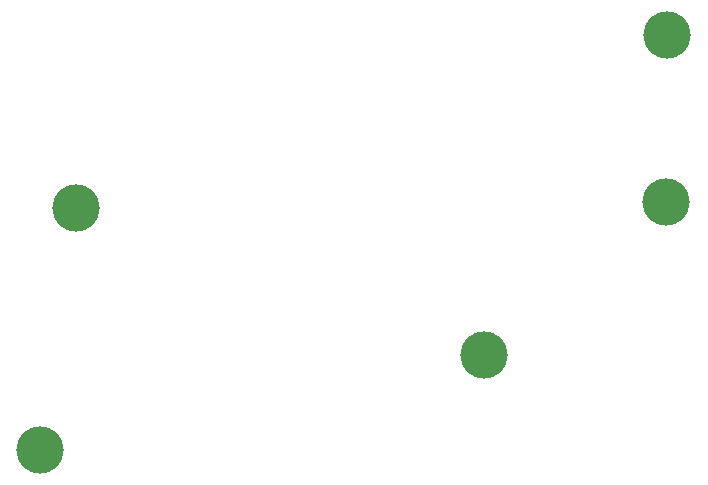
<source format=gbr>
%TF.GenerationSoftware,Altium Limited,Altium Designer,25.1.2 (22)*%
G04 Layer_Color=0*
%FSLAX25Y25*%
%MOIN*%
%TF.SameCoordinates,C6B27E67-7A8A-4C38-9DB9-D7D7B609FA95*%
%TF.FilePolarity,Positive*%
%TF.FileFunction,NonPlated,1,4,NPTH,Drill*%
%TF.Part,Single*%
G01*
G75*
%TA.AperFunction,ComponentDrill*%
%ADD66C,0.15748*%
D66*
X141732Y159449D02*
D03*
X129921Y78740D02*
D03*
X277894Y110500D02*
D03*
X338583Y161417D02*
D03*
X338894Y217000D02*
D03*
%TF.MD5,68b1b625031688611ebccda2cd26aa68*%
M02*

</source>
